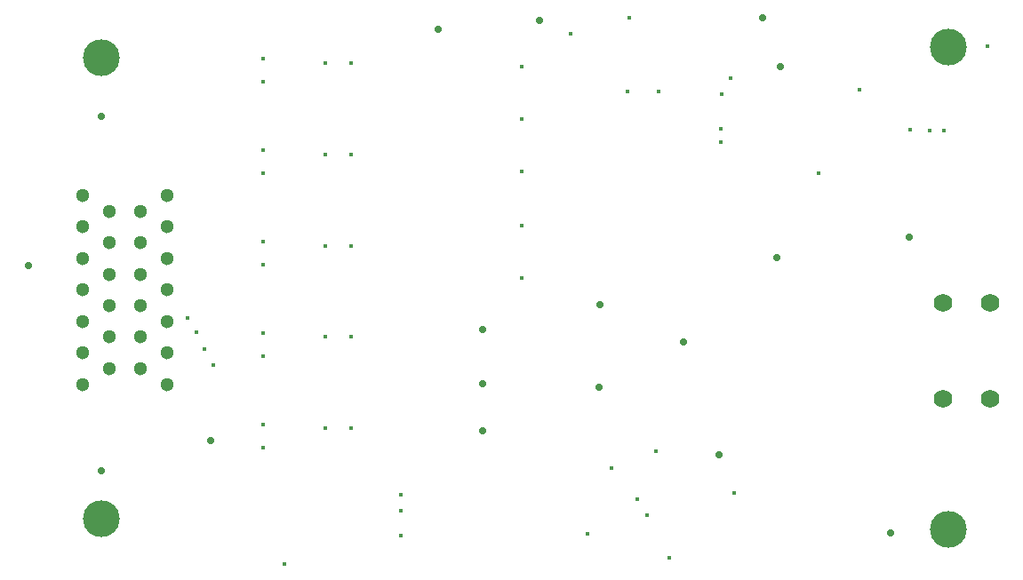
<source format=gbr>
%TF.GenerationSoftware,Altium Limited,Altium Designer,18.1.9 (240)*%
G04 Layer_Color=0*
%FSLAX26Y26*%
%MOIN*%
%TF.FileFunction,Plated,1,2,PTH,Drill*%
%TF.Part,Single*%
G01*
G75*
%TA.AperFunction,OtherDrill,Pad Free-1 (6594.488mil,6366.142mil)*%
%ADD106C,0.137795*%
%TA.AperFunction,OtherDrill,Pad Free-1 (6594.488mil,4555.118mil)*%
%ADD107C,0.137795*%
%TA.AperFunction,OtherDrill,Pad Free-1 (3417.323mil,4594.488mil)*%
%ADD108C,0.137795*%
%TA.AperFunction,OtherDrill,Pad Free-1 (3417.323mil,6326.772mil)*%
%ADD109C,0.137795*%
%TA.AperFunction,ComponentDrill*%
%ADD110C,0.069291*%
%ADD111C,0.051181*%
%TA.AperFunction,ViaDrill,NotFilled*%
%ADD112C,0.028000*%
%ADD113C,0.015000*%
D106*
X6594488Y6366142D02*
D03*
D107*
Y4555118D02*
D03*
D108*
X3417323Y4594488D02*
D03*
D109*
Y6326772D02*
D03*
D110*
X6749094Y5404567D02*
D03*
Y5045512D02*
D03*
X6573897Y5404567D02*
D03*
Y5045512D02*
D03*
D111*
X3346457Y5809055D02*
D03*
Y5690945D02*
D03*
Y5572835D02*
D03*
Y5454724D02*
D03*
Y5336614D02*
D03*
Y5218504D02*
D03*
Y5100394D02*
D03*
X3444882Y5750000D02*
D03*
Y5631890D02*
D03*
Y5513779D02*
D03*
Y5395669D02*
D03*
Y5277559D02*
D03*
Y5159449D02*
D03*
X3562992Y5750000D02*
D03*
Y5631890D02*
D03*
Y5513779D02*
D03*
Y5395669D02*
D03*
Y5277559D02*
D03*
Y5159449D02*
D03*
X3661417Y5809055D02*
D03*
Y5690945D02*
D03*
Y5572835D02*
D03*
Y5454724D02*
D03*
Y5336614D02*
D03*
Y5218504D02*
D03*
Y5100394D02*
D03*
D112*
X5732283Y4834646D02*
D03*
X5059055Y6464567D02*
D03*
X3141732Y5547244D02*
D03*
X6377953Y4543307D02*
D03*
X5897638Y6476378D02*
D03*
X6444882Y5653543D02*
D03*
X5598425Y5259842D02*
D03*
X5283465Y5090551D02*
D03*
X5287402Y5397638D02*
D03*
X4681102Y6433071D02*
D03*
X3417323Y4775591D02*
D03*
Y6106299D02*
D03*
X4846457Y4925197D02*
D03*
Y5102362D02*
D03*
Y5307087D02*
D03*
X5949185Y5574437D02*
D03*
X5964567Y6291339D02*
D03*
X3826772Y4889764D02*
D03*
D113*
X4539370Y4685039D02*
D03*
X4539370Y4531496D02*
D03*
X6740158Y6370079D02*
D03*
X6259842Y6204724D02*
D03*
X6523622Y6051181D02*
D03*
X6574803D02*
D03*
X6448819Y6055118D02*
D03*
X4102362Y4425197D02*
D03*
X5496063Y4850394D02*
D03*
X5790820Y4690945D02*
D03*
X5397638Y6476378D02*
D03*
X5177165Y6417323D02*
D03*
X6106299Y5893701D02*
D03*
X5389764Y6200787D02*
D03*
X5330709Y4787402D02*
D03*
X3834646Y5173228D02*
D03*
X3803150Y5232283D02*
D03*
X3771653Y5295276D02*
D03*
X3740157Y5350394D02*
D03*
X5425197Y4669291D02*
D03*
X5464566Y4610236D02*
D03*
X5505906Y6198819D02*
D03*
X5775591Y6248032D02*
D03*
X5740158Y6059055D02*
D03*
X5742114Y6188964D02*
D03*
X5740146Y6007862D02*
D03*
X4992127Y5500001D02*
D03*
Y5696851D02*
D03*
Y5897639D02*
D03*
Y6094489D02*
D03*
Y6291340D02*
D03*
X5240158Y4539370D02*
D03*
X5545276Y4450787D02*
D03*
X4539370Y4625984D02*
D03*
X4023622Y5293306D02*
D03*
Y5206692D02*
D03*
X4255901Y5277557D02*
D03*
X4354325D02*
D03*
X4023622Y5635826D02*
D03*
Y5549212D02*
D03*
X4255901Y5620077D02*
D03*
X4354325D02*
D03*
X4023622Y5978346D02*
D03*
Y5891731D02*
D03*
X4255901Y5962596D02*
D03*
X4354325D02*
D03*
X4023622Y6320865D02*
D03*
Y6234251D02*
D03*
X4255901Y6305116D02*
D03*
X4354325D02*
D03*
X4023622Y4950787D02*
D03*
Y4864172D02*
D03*
X4255901Y4935038D02*
D03*
X4354325D02*
D03*
%TF.MD5,cc7755aa8588343a6312beabe1cc266a*%
M02*

</source>
